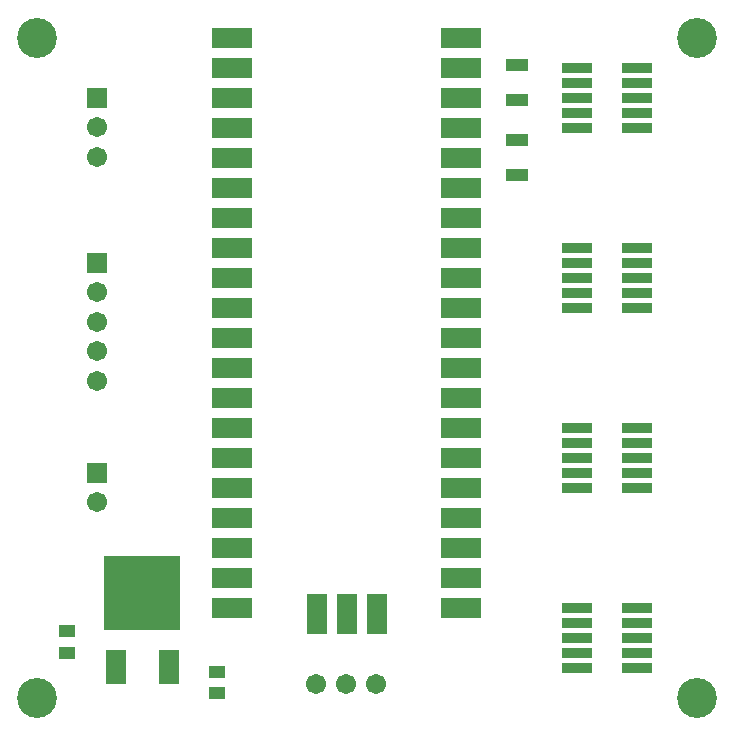
<source format=gbr>
G04 EAGLE Gerber RS-274X export*
G75*
%MOMM*%
%FSLAX34Y34*%
%LPD*%
%INSoldermask Top*%
%IPPOS*%
%AMOC8*
5,1,8,0,0,1.08239X$1,22.5*%
G01*
%ADD10C,3.378200*%
%ADD11R,1.403200X1.103200*%
%ADD12R,1.711200X1.711200*%
%ADD13C,1.711200*%
%ADD14R,2.603200X0.963200*%
%ADD15R,1.903200X1.103200*%
%ADD16R,3.403200X1.803200*%
%ADD17R,1.803200X3.403200*%
%ADD18R,6.503200X6.303200*%
%ADD19R,1.703200X3.003200*%


D10*
X25400Y25400D03*
X584200Y25400D03*
X584200Y584200D03*
X25400Y584200D03*
D11*
X50800Y81390D03*
X50800Y63390D03*
X177800Y47100D03*
X177800Y29100D03*
D12*
X76200Y215900D03*
D13*
X76200Y190900D03*
X76200Y483400D03*
X76200Y508400D03*
D12*
X76200Y533400D03*
D13*
X76200Y293700D03*
X76200Y318700D03*
X76200Y343700D03*
X76200Y368700D03*
D12*
X76200Y393700D03*
D14*
X482600Y558800D03*
X533400Y558800D03*
X482600Y546100D03*
X533400Y546100D03*
X482600Y533400D03*
X533400Y533400D03*
X482600Y520700D03*
X533400Y520700D03*
X482600Y508000D03*
X533400Y508000D03*
X482600Y101600D03*
X533400Y101600D03*
X482600Y88900D03*
X533400Y88900D03*
X482600Y76200D03*
X533400Y76200D03*
X482600Y63500D03*
X533400Y63500D03*
X482600Y50800D03*
X533400Y50800D03*
X482600Y254000D03*
X533400Y254000D03*
X482600Y241300D03*
X533400Y241300D03*
X482600Y228600D03*
X533400Y228600D03*
X482600Y215900D03*
X533400Y215900D03*
X482600Y203200D03*
X533400Y203200D03*
X482600Y406400D03*
X533400Y406400D03*
X482600Y393700D03*
X533400Y393700D03*
X482600Y381000D03*
X533400Y381000D03*
X482600Y368300D03*
X533400Y368300D03*
X482600Y355600D03*
X533400Y355600D03*
D13*
X261620Y36830D03*
X287020Y36830D03*
X312420Y36830D03*
D15*
X431800Y497100D03*
X431800Y468100D03*
X431800Y560600D03*
X431800Y531600D03*
D16*
X190500Y584200D03*
X190500Y558800D03*
X190500Y533400D03*
X190500Y508000D03*
X190500Y482600D03*
X190500Y457200D03*
X190500Y431800D03*
X190500Y406400D03*
X190500Y381000D03*
X190500Y355600D03*
X190500Y330200D03*
X190500Y304800D03*
X190500Y279400D03*
X190500Y254000D03*
X190500Y228600D03*
X190500Y203200D03*
X190500Y177800D03*
X190500Y152400D03*
X190500Y127000D03*
X190500Y101600D03*
X384300Y101600D03*
X384300Y127000D03*
X384300Y152400D03*
X384300Y177800D03*
X384300Y203200D03*
X384300Y228600D03*
X384300Y254000D03*
X384300Y279400D03*
X384300Y304800D03*
X384300Y330200D03*
X384300Y355600D03*
X384300Y381000D03*
X384300Y406400D03*
X384300Y431800D03*
X384300Y457200D03*
X384300Y482600D03*
X384300Y508000D03*
X384300Y533400D03*
X384300Y558800D03*
X384300Y584200D03*
D17*
X262000Y95900D03*
X287400Y95900D03*
X312800Y95900D03*
D18*
X114300Y113900D03*
D19*
X91500Y50900D03*
X137100Y50900D03*
M02*

</source>
